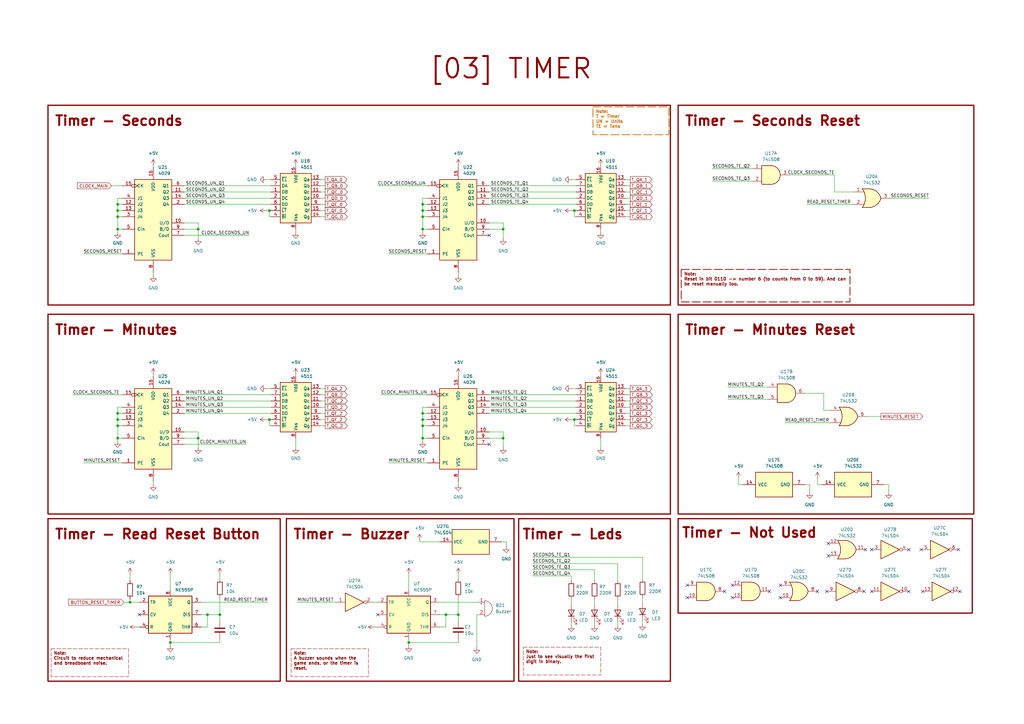
<source format=kicad_sch>
(kicad_sch (version 20230121) (generator eeschema)
  (paper "A3")
  (title_block (title "Scoreboard") (rev "1.0") (company "www.slemanz.com"))
  (junction (at 173.355 88.9))
  (junction (at 48.26 88.9))
  (junction (at 48.26 169.545))
  (junction (at 81.28 93.98))
  (junction (at 173.355 172.085))
  (junction (at 173.355 86.36))
  (junction (at 81.28 179.705))
  (junction (at 48.26 93.98))
  (junction (at 48.26 179.705))
  (junction (at 173.355 169.545))
  (junction (at 235.585 172.085))
  (junction (at 173.355 179.705))
  (junction (at 110.49 86.36))
  (junction (at 206.375 93.98))
  (junction (at 85.09 252.095))
  (junction (at 48.26 83.82))
  (junction (at 173.355 93.98))
  (junction (at 48.26 174.625))
  (junction (at 182.88 252.095))
  (junction (at 173.355 174.625))
  (junction (at 167.64 263.525))
  (junction (at 48.26 86.36))
  (junction (at 110.49 172.085))
  (junction (at 53.34 247.015))
  (junction (at 235.585 86.36))
  (junction (at 206.375 179.705))
  (junction (at 48.26 172.085))
  (junction (at 173.355 83.82))
  (junction (at 90.17 252.095))
  (junction (at 69.85 263.525))
  (junction (at 187.96 252.095))
  (no_connect (at 339.725 222.885))
  (no_connect (at 320.04 245.11))
  (no_connect (at 200.66 182.245))
  (no_connect (at 339.09 242.57))
  (no_connect (at 297.18 242.57))
  (no_connect (at 354.965 225.425))
  (no_connect (at 357.505 242.57))
  (no_connect (at 57.15 252.095))
  (no_connect (at 393.065 225.425))
  (no_connect (at 154.94 252.095))
  (no_connect (at 281.94 240.03))
  (no_connect (at 320.04 240.03))
  (no_connect (at 372.745 242.57))
  (no_connect (at 300.355 240.03))
  (no_connect (at 393.7 242.57))
  (no_connect (at 335.28 242.57))
  (no_connect (at 357.505 225.425))
  (no_connect (at 372.745 225.425))
  (no_connect (at 378.46 242.57))
  (no_connect (at 200.66 96.52))
  (no_connect (at 354.33 242.57))
  (no_connect (at 300.355 245.11))
  (no_connect (at 339.725 227.965))
  (no_connect (at 315.595 242.57))
  (no_connect (at 377.825 225.425))
  (no_connect (at 281.94 245.11))
  (wire (pts (xy 53.34 245.745) (xy 53.34 247.015)))
  (wire (pts (xy 173.355 86.36) (xy 173.355 88.9)))
  (wire (pts (xy 323.85 71.755) (xy 342.265 71.755)))
  (wire (pts (xy 121.285 93.98) (xy 121.285 95.25)))
  (wire (pts (xy 256.54 161.925) (xy 258.445 161.925)))
  (wire (pts (xy 34.29 189.865) (xy 50.165 189.865)))
  (wire (pts (xy 90.17 245.11) (xy 90.17 252.095)))
  (wire (pts (xy 256.54 81.28) (xy 258.445 81.28)))
  (wire (pts (xy 234.315 236.22) (xy 218.44 236.22)))
  (wire (pts (xy 159.385 189.865) (xy 175.26 189.865)))
  (wire (pts (xy 337.185 198.755) (xy 335.28 198.755)))
  (wire (pts (xy 81.28 93.98) (xy 81.28 97.79)))
  (wire (pts (xy 206.375 91.44) (xy 206.375 93.98)))
  (wire (pts (xy 173.355 167.005) (xy 175.26 167.005)))
  (wire (pts (xy 173.355 169.545) (xy 173.355 167.005)))
  (wire (pts (xy 69.85 263.525) (xy 69.85 262.255)))
  (wire (pts (xy 200.66 93.98) (xy 206.375 93.98)))
  (wire (pts (xy 110.49 172.085) (xy 110.49 174.625)))
  (wire (pts (xy 173.355 93.98) (xy 175.26 93.98)))
  (wire (pts (xy 48.26 81.28) (xy 50.165 81.28)))
  (wire (pts (xy 234.315 73.66) (xy 236.22 73.66)))
  (wire (pts (xy 256.54 88.9) (xy 258.445 88.9)))
  (wire (pts (xy 75.565 91.44) (xy 81.28 91.44)))
  (wire (pts (xy 263.525 228.6) (xy 263.525 237.49)))
  (wire (pts (xy 62.865 153.67) (xy 62.865 154.305)))
  (wire (pts (xy 330.835 83.82) (xy 349.885 83.82)))
  (wire (pts (xy 200.66 179.705) (xy 206.375 179.705)))
  (wire (pts (xy 253.365 231.14) (xy 253.365 238.125)))
  (wire (pts (xy 75.565 169.545) (xy 111.125 169.545)))
  (wire (pts (xy 48.26 179.705) (xy 50.165 179.705)))
  (wire (pts (xy 234.315 86.36) (xy 235.585 86.36)))
  (wire (pts (xy 82.55 247.015) (xy 109.855 247.015)))
  (wire (pts (xy 85.09 257.175) (xy 85.09 252.095)))
  (wire (pts (xy 109.22 73.66) (xy 111.125 73.66)))
  (wire (pts (xy 172.085 222.25) (xy 172.085 221.615)))
  (wire (pts (xy 235.585 86.36) (xy 235.585 88.9)))
  (wire (pts (xy 121.285 179.705) (xy 121.285 183.515)))
  (wire (pts (xy 50.8 247.015) (xy 53.34 247.015)))
  (wire (pts (xy 200.66 76.2) (xy 236.22 76.2)))
  (wire (pts (xy 167.64 263.525) (xy 187.96 263.525)))
  (wire (pts (xy 355.6 170.815) (xy 361.315 170.815)))
  (wire (pts (xy 131.445 76.2) (xy 133.35 76.2)))
  (wire (pts (xy 131.445 83.82) (xy 133.35 83.82)))
  (wire (pts (xy 75.565 78.74) (xy 111.125 78.74)))
  (wire (pts (xy 187.96 67.945) (xy 187.96 68.58)))
  (wire (pts (xy 173.355 88.9) (xy 173.355 93.98)))
  (wire (pts (xy 342.265 71.755) (xy 342.265 78.74)))
  (wire (pts (xy 75.565 177.165) (xy 81.28 177.165)))
  (wire (pts (xy 81.28 177.165) (xy 81.28 179.705)))
  (wire (pts (xy 131.445 81.28) (xy 133.35 81.28)))
  (wire (pts (xy 200.66 164.465) (xy 236.22 164.465)))
  (wire (pts (xy 167.64 263.525) (xy 167.64 264.795)))
  (wire (pts (xy 256.54 174.625) (xy 258.445 174.625)))
  (wire (pts (xy 121.285 67.945) (xy 121.285 68.58)))
  (wire (pts (xy 256.54 73.66) (xy 258.445 73.66)))
  (wire (pts (xy 50.165 86.36) (xy 48.26 86.36)))
  (wire (pts (xy 29.845 161.925) (xy 50.165 161.925)))
  (wire (pts (xy 48.26 167.005) (xy 50.165 167.005)))
  (wire (pts (xy 110.49 86.36) (xy 111.125 86.36)))
  (wire (pts (xy 48.26 93.98) (xy 48.26 95.25)))
  (wire (pts (xy 337.82 168.275) (xy 340.36 168.275)))
  (wire (pts (xy 131.445 73.66) (xy 133.35 73.66)))
  (wire (pts (xy 200.66 169.545) (xy 236.22 169.545)))
  (wire (pts (xy 173.355 169.545) (xy 175.26 169.545)))
  (wire (pts (xy 234.315 245.745) (xy 234.315 247.65)))
  (wire (pts (xy 75.565 96.52) (xy 102.235 96.52)))
  (wire (pts (xy 173.355 174.625) (xy 173.355 179.705)))
  (wire (pts (xy 173.355 172.085) (xy 173.355 169.545)))
  (wire (pts (xy 167.64 263.525) (xy 167.64 262.255)))
  (wire (pts (xy 45.72 76.2) (xy 50.165 76.2)))
  (wire (pts (xy 159.385 104.14) (xy 175.26 104.14)))
  (wire (pts (xy 173.355 172.085) (xy 173.355 174.625)))
  (wire (pts (xy 53.34 235.585) (xy 53.34 238.125)))
  (wire (pts (xy 180.34 257.175) (xy 182.88 257.175)))
  (wire (pts (xy 206.375 177.165) (xy 206.375 179.705)))
  (wire (pts (xy 292.1 69.215) (xy 308.61 69.215)))
  (wire (pts (xy 218.44 228.6) (xy 263.525 228.6)))
  (wire (pts (xy 256.54 169.545) (xy 258.445 169.545)))
  (wire (pts (xy 131.445 86.36) (xy 133.35 86.36)))
  (wire (pts (xy 253.365 245.745) (xy 253.365 247.65)))
  (wire (pts (xy 48.26 93.98) (xy 50.165 93.98)))
  (wire (pts (xy 48.26 169.545) (xy 50.165 169.545)))
  (wire (pts (xy 200.66 78.74) (xy 236.22 78.74)))
  (wire (pts (xy 187.96 252.095) (xy 187.96 254.635)))
  (wire (pts (xy 292.1 74.295) (xy 308.61 74.295)))
  (wire (pts (xy 200.66 161.925) (xy 236.22 161.925)))
  (wire (pts (xy 256.54 83.82) (xy 258.445 83.82)))
  (wire (pts (xy 263.525 254.635) (xy 263.525 255.905)))
  (wire (pts (xy 75.565 93.98) (xy 81.28 93.98)))
  (wire (pts (xy 235.585 86.36) (xy 236.22 86.36)))
  (wire (pts (xy 85.09 252.095) (xy 90.17 252.095)))
  (wire (pts (xy 153.035 247.015) (xy 154.94 247.015)))
  (wire (pts (xy 48.26 88.9) (xy 50.165 88.9)))
  (wire (pts (xy 187.96 111.76) (xy 187.96 113.03)))
  (wire (pts (xy 256.54 86.36) (xy 258.445 86.36)))
  (wire (pts (xy 332.105 201.93) (xy 332.105 198.755)))
  (wire (pts (xy 187.96 235.585) (xy 187.96 237.49)))
  (wire (pts (xy 200.66 177.165) (xy 206.375 177.165)))
  (wire (pts (xy 81.28 179.705) (xy 81.28 183.515)))
  (wire (pts (xy 173.355 83.82) (xy 173.355 81.28)))
  (wire (pts (xy 131.445 161.925) (xy 133.35 161.925)))
  (wire (pts (xy 131.445 88.9) (xy 133.35 88.9)))
  (wire (pts (xy 173.355 81.28) (xy 175.26 81.28)))
  (wire (pts (xy 195.58 252.095) (xy 196.215 252.095)))
  (wire (pts (xy 180.34 222.25) (xy 172.085 222.25)))
  (wire (pts (xy 82.55 257.175) (xy 85.09 257.175)))
  (wire (pts (xy 131.445 167.005) (xy 133.35 167.005)))
  (wire (pts (xy 75.565 182.245) (xy 100.965 182.245)))
  (wire (pts (xy 75.565 179.705) (xy 81.28 179.705)))
  (wire (pts (xy 200.66 83.82) (xy 236.22 83.82)))
  (wire (pts (xy 121.285 153.67) (xy 121.285 154.305)))
  (wire (pts (xy 218.44 231.14) (xy 253.365 231.14)))
  (wire (pts (xy 50.165 172.085) (xy 48.26 172.085)))
  (wire (pts (xy 90.17 235.585) (xy 90.17 237.49)))
  (wire (pts (xy 48.26 174.625) (xy 50.165 174.625)))
  (wire (pts (xy 48.26 169.545) (xy 48.26 167.005)))
  (wire (pts (xy 207.645 222.25) (xy 205.74 222.25)))
  (wire (pts (xy 365.125 81.28) (xy 381 81.28)))
  (wire (pts (xy 206.375 93.98) (xy 206.375 97.79)))
  (wire (pts (xy 131.445 174.625) (xy 133.35 174.625)))
  (wire (pts (xy 121.92 247.015) (xy 137.795 247.015)))
  (wire (pts (xy 256.54 78.74) (xy 258.445 78.74)))
  (wire (pts (xy 109.22 159.385) (xy 111.125 159.385)))
  (wire (pts (xy 131.445 159.385) (xy 133.35 159.385)))
  (wire (pts (xy 90.17 263.525) (xy 90.17 262.255)))
  (wire (pts (xy 246.38 93.98) (xy 246.38 95.25)))
  (wire (pts (xy 246.38 67.945) (xy 246.38 68.58)))
  (wire (pts (xy 69.85 263.525) (xy 90.17 263.525)))
  (wire (pts (xy 69.85 235.585) (xy 69.85 241.935)))
  (wire (pts (xy 298.45 158.75) (xy 314.96 158.75)))
  (wire (pts (xy 337.82 161.29) (xy 337.82 168.275)))
  (wire (pts (xy 253.365 255.27) (xy 253.365 256.54)))
  (wire (pts (xy 243.84 233.68) (xy 243.84 238.125)))
  (wire (pts (xy 335.28 198.755) (xy 335.28 196.215)))
  (wire (pts (xy 342.265 78.74) (xy 349.885 78.74)))
  (wire (pts (xy 304.8 198.755) (xy 302.895 198.755)))
  (wire (pts (xy 75.565 167.005) (xy 111.125 167.005)))
  (wire (pts (xy 131.445 172.085) (xy 133.35 172.085)))
  (wire (pts (xy 175.26 86.36) (xy 173.355 86.36)))
  (wire (pts (xy 111.125 88.9) (xy 110.49 88.9)))
  (wire (pts (xy 218.44 233.68) (xy 243.84 233.68)))
  (wire (pts (xy 75.565 161.925) (xy 111.125 161.925)))
  (wire (pts (xy 48.26 83.82) (xy 50.165 83.82)))
  (wire (pts (xy 173.355 93.98) (xy 173.355 95.25)))
  (wire (pts (xy 173.355 88.9) (xy 175.26 88.9)))
  (wire (pts (xy 167.64 235.585) (xy 167.64 241.935)))
  (wire (pts (xy 48.26 88.9) (xy 48.26 93.98)))
  (wire (pts (xy 330.2 161.29) (xy 337.82 161.29)))
  (wire (pts (xy 111.125 174.625) (xy 110.49 174.625)))
  (wire (pts (xy 236.22 174.625) (xy 235.585 174.625)))
  (wire (pts (xy 187.96 197.485) (xy 187.96 198.755)))
  (wire (pts (xy 75.565 76.2) (xy 111.125 76.2)))
  (wire (pts (xy 110.49 172.085) (xy 111.125 172.085)))
  (wire (pts (xy 62.865 111.76) (xy 62.865 113.03)))
  (wire (pts (xy 256.54 164.465) (xy 258.445 164.465)))
  (wire (pts (xy 302.895 198.755) (xy 302.895 196.215)))
  (wire (pts (xy 48.26 86.36) (xy 48.26 83.82)))
  (wire (pts (xy 332.105 198.755) (xy 330.2 198.755)))
  (wire (pts (xy 48.26 179.705) (xy 48.26 180.975)))
  (wire (pts (xy 243.84 245.745) (xy 243.84 247.65)))
  (wire (pts (xy 364.49 201.93) (xy 364.49 198.755)))
  (wire (pts (xy 246.38 179.705) (xy 246.38 183.515)))
  (wire (pts (xy 62.865 197.485) (xy 62.865 198.755)))
  (wire (pts (xy 131.445 78.74) (xy 133.35 78.74)))
  (wire (pts (xy 153.67 257.175) (xy 154.94 257.175)))
  (wire (pts (xy 235.585 172.085) (xy 236.22 172.085)))
  (wire (pts (xy 256.54 159.385) (xy 258.445 159.385)))
  (wire (pts (xy 182.88 252.095) (xy 187.96 252.095)))
  (wire (pts (xy 246.38 153.67) (xy 246.38 154.305)))
  (wire (pts (xy 256.54 172.085) (xy 258.445 172.085)))
  (wire (pts (xy 81.28 91.44) (xy 81.28 93.98)))
  (wire (pts (xy 180.34 247.015) (xy 196.215 247.015)))
  (wire (pts (xy 48.26 172.085) (xy 48.26 169.545)))
  (wire (pts (xy 85.09 252.095) (xy 82.55 252.095)))
  (wire (pts (xy 187.96 245.11) (xy 187.96 252.095)))
  (wire (pts (xy 195.58 265.43) (xy 195.58 252.095)))
  (wire (pts (xy 187.96 153.67) (xy 187.96 154.305)))
  (wire (pts (xy 34.29 104.14) (xy 50.165 104.14)))
  (wire (pts (xy 321.945 173.355) (xy 340.36 173.355)))
  (wire (pts (xy 200.66 167.005) (xy 236.22 167.005)))
  (wire (pts (xy 156.21 161.925) (xy 175.26 161.925)))
  (wire (pts (xy 234.315 255.27) (xy 234.315 256.54)))
  (wire (pts (xy 263.525 245.11) (xy 263.525 247.015)))
  (wire (pts (xy 207.645 224.155) (xy 207.645 222.25)))
  (wire (pts (xy 173.355 83.82) (xy 175.26 83.82)))
  (wire (pts (xy 234.315 159.385) (xy 236.22 159.385)))
  (wire (pts (xy 53.34 247.015) (xy 57.15 247.015)))
  (wire (pts (xy 109.22 86.36) (xy 110.49 86.36)))
  (wire (pts (xy 364.49 198.755) (xy 362.585 198.755)))
  (wire (pts (xy 256.54 167.005) (xy 258.445 167.005)))
  (wire (pts (xy 173.355 179.705) (xy 173.355 180.975)))
  (wire (pts (xy 234.315 172.085) (xy 235.585 172.085)))
  (wire (pts (xy 200.66 91.44) (xy 206.375 91.44)))
  (wire (pts (xy 90.17 252.095) (xy 90.17 254.635)))
  (wire (pts (xy 235.585 172.085) (xy 235.585 174.625)))
  (wire (pts (xy 131.445 164.465) (xy 133.35 164.465)))
  (wire (pts (xy 173.355 174.625) (xy 175.26 174.625)))
  (wire (pts (xy 256.54 76.2) (xy 258.445 76.2)))
  (wire (pts (xy 131.445 169.545) (xy 133.35 169.545)))
  (wire (pts (xy 55.88 257.175) (xy 57.15 257.175)))
  (wire (pts (xy 75.565 164.465) (xy 111.125 164.465)))
  (wire (pts (xy 182.88 252.095) (xy 180.34 252.095)))
  (wire (pts (xy 236.22 88.9) (xy 235.585 88.9)))
  (wire (pts (xy 175.26 172.085) (xy 173.355 172.085)))
  (wire (pts (xy 187.96 263.525) (xy 187.96 262.255)))
  (wire (pts (xy 243.84 255.27) (xy 243.84 256.54)))
  (wire (pts (xy 75.565 81.28) (xy 111.125 81.28)))
  (wire (pts (xy 48.26 83.82) (xy 48.26 81.28)))
  (wire (pts (xy 48.26 174.625) (xy 48.26 179.705)))
  (wire (pts (xy 75.565 83.82) (xy 111.125 83.82)))
  (wire (pts (xy 200.66 81.28) (xy 236.22 81.28)))
  (wire (pts (xy 182.88 257.175) (xy 182.88 252.095)))
  (wire (pts (xy 173.355 86.36) (xy 173.355 83.82)))
  (wire (pts (xy 69.85 263.525) (xy 69.85 264.795)))
  (wire (pts (xy 173.355 179.705) (xy 175.26 179.705)))
  (wire (pts (xy 48.26 172.085) (xy 48.26 174.625)))
  (wire (pts (xy 154.94 76.2) (xy 175.26 76.2)))
  (wire (pts (xy 109.22 172.085) (xy 110.49 172.085)))
  (wire (pts (xy 206.375 179.705) (xy 206.375 183.515)))
  (wire (pts (xy 62.865 67.945) (xy 62.865 68.58)))
  (wire (pts (xy 298.45 163.83) (xy 314.96 163.83)))
  (wire (pts (xy 48.26 86.36) (xy 48.26 88.9)))
  (wire (pts (xy 110.49 86.36) (xy 110.49 88.9)))
  (wire (pts (xy 234.315 238.125) (xy 234.315 236.22)))
  (rectangle (start 19.685 128.905) (end 274.955 210.82) (stroke (width 0.5) (color 132 0 0 1)))
  (rectangle (start 117.475 212.725) (end 210.82 279.4) (stroke (width 0.5) (color 132 0 0 1)))
  (rectangle (start 19.685 43.18) (end 274.955 125.095) (stroke (width 0.5) (color 132 0 0 1)))
  (rectangle (start 278.13 43.18) (end 399.415 125.095) (stroke (width 0.5) (color 132 0 0 1)))
  (rectangle (start 278.13 212.725) (end 398.78 251.46) (stroke (width 0.5) (color 132 0 0 1)))
  (rectangle (start 278.13 128.905) (end 399.415 210.82) (stroke (width 0.5) (color 132 0 0 1)))
  (rectangle (start 212.725 212.725) (end 274.955 279.4) (stroke (width 0.5) (color 132 0 0 1)))
  (rectangle (start 19.685 212.725) (end 114.935 279.4) (stroke (width 0.5) (color 132 0 0 1)))
  (text_box "Note:\nT = Timer\nUN = Units\nTE = Tens\n" (at 243.205 43.815 0) (size 31.115 11.43) (stroke (width 0.3) (type dash) (color 204 102 0 1)) (effects (font (size 1.27 1.27) (thickness 0.254) bold) (justify left top)))
  (text_box "Note:\nReset in bit 0110 -> number 6 (to counts from 0 to 59). And can be reset manually too." (at 279.4 110.49 0) (size 69.215 13.335) (stroke (width 0.3) (type dash) (color 132 0 0 1)) (effects (font (size 1.27 1.27) (thickness 0.254) bold) (justify left top)))
  (text_box "Note:\nA buzzer sounds when the game ends, or the timer is reset." (at 119.38 266.065 0) (size 31.75 11.43) (stroke (width 0.15) (type dash) (color 132 0 0 1)) (effects (font (size 1.27 1.27) (thickness 0.254) bold) (justify left top)))
  (text_box "Note:\nJust to see visually the first digit in binary." (at 214.63 265.43 0) (size 31.75 11.43) (stroke (width 0.15) (type dash) (color 132 0 0 1)) (effects (font (size 1.27 1.27) (thickness 0.254) bold) (justify left top)))
  (text_box "Note:\nCircuit to reduce mechanical and breadboard noise." (at 20.955 266.065 0) (size 31.75 11.43) (stroke (width 0.15) (type dash) (color 132 0 0 1)) (effects (font (size 1.27 1.27) (thickness 0.254) bold) (justify left top)))
  (text "Timer - Minutes" (at 22.225 137.795 0) (effects (font (size 4 4) (thickness 0.8) bold) (justify left bottom)))
  (text "Timer - Minutes Reset" (at 280.67 137.795 0) (effects (font (size 4 4) (thickness 0.8) bold) (justify left bottom)))
  (text "Timer - Leds" (at 213.995 221.615 0) (effects (font (size 4 4) (thickness 0.8) bold) (justify left bottom)))
  (text "Timer - Read Reset Button" (at 22.225 221.615 0) (effects (font (size 4 4) (thickness 0.8) bold) (justify left bottom)))
  (text "[03] TIMER" (at 175.895 33.02 0) (effects (font (size 8 8) (thickness 0.8) bold) (justify left bottom)))
  (text "Timer - Not Used" (at 279.4 220.98 0) (effects (font (size 4 4) (thickness 0.8) bold) (justify left bottom)))
  (text "Timer - Seconds" (at 22.225 52.07 0) (effects (font (size 4 4) (thickness 0.8) bold) (justify left bottom)))
  (text "Timer - Seconds Reset" (at 280.67 52.07 0) (effects (font (size 4 4) (thickness 0.8) bold) (justify left bottom)))
  (text "Timer - Buzzer" (at 120.015 221.615 0) (effects (font (size 4 4) (thickness 0.8) bold) (justify left bottom)))
  (label "MINUTES_UN_Q1" (at 76.2 161.925 0))
  (label "SECONDS_TE_Q1" (at 218.44 228.6 0))
  (label "SECONDS_RESET" (at 159.385 104.14 0))
  (label "SECONDS_TE_Q3" (at 292.1 74.295 0))
  (label "MINUTES_TE_Q3" (at 201.295 167.005 0))
  (label "SECONDS_TE_Q4" (at 201.295 83.82 0))
  (label "CLOCK_SECONDS_TE" (at 29.845 161.925 0))
  (label "SECONDS_TE_Q2" (at 292.1 69.215 0))
  (label "READ_RESET_TIMER" (at 109.855 247.015 180))
  (label "READ_RESET_TIMER" (at 321.945 173.355 0))
  (label "MINUTES_UN_Q2" (at 76.2 164.465 0))
  (label "CLOCK_MINUTES_UN" (at 100.965 182.245 180))
  (label "MINUTES_RESET" (at 121.92 247.015 0))
  (label "MINUTES_RESET" (at 159.385 189.865 0))
  (label "MINUTES_TE_Q2" (at 298.45 158.75 0))
  (label "CLOCK_SECONDS_UN" (at 154.94 76.2 0))
  (label "CLOCK_SECONDS_TE" (at 342.265 71.755 180))
  (label "MINUTES_UN_Q4" (at 76.2 169.545 0))
  (label "READ_RESET_TIMER" (at 330.835 83.82 0))
  (label "SECONDS_TE_Q2" (at 218.44 231.14 0))
  (label "SECONDS_TE_Q1" (at 201.295 76.2 0))
  (label "SECONDS_UN_Q4" (at 76.2 83.82 0))
  (label "MINUTES_TE_Q3" (at 298.45 163.83 0))
  (label "SECONDS_UN_Q3" (at 76.2 81.28 0))
  (label "SECONDS_RESET" (at 34.29 104.14 0))
  (label "SECONDS_TE_Q2" (at 201.295 78.74 0))
  (label "MINUTES_UN_Q3" (at 76.2 167.005 0))
  (label "CLOCK_MINUTES_UN" (at 156.21 161.925 0))
  (label "MINUTES_TE_Q2" (at 201.295 164.465 0))
  (label "SECONDS_TE_Q3" (at 201.295 81.28 0))
  (label "SECONDS_RESET" (at 381 81.28 180))
  (label "MINUTES_TE_Q4" (at 201.295 169.545 0))
  (label "MINUTES_TE_Q1" (at 201.295 161.925 0))
  (label "SECONDS_TE_Q4" (at 218.44 236.22 0))
  (label "MINUTES_RESET" (at 34.29 189.865 0))
  (label "CLOCK_SECONDS_UN" (at 102.235 96.52 180))
  (label "SECONDS_UN_Q2" (at 76.2 78.74 0))
  (label "SECONDS_TE_Q3" (at 218.44 233.68 0))
  (label "SECONDS_UN_Q1" (at 76.2 76.2 0))
  (global_label "T_QF_2" (shape output) (at 133.35 172.085 0) (property "Intersheetrefs" "${INTERSHEET_REFS}" (effects hide)))
  (global_label "BUTTON_RESET_TIMER" (shape input) (at 50.8 247.015 180) (property "Intersheetrefs" "${INTERSHEET_REFS}" (effects hide)))
  (global_label "T_QF_1" (shape output) (at 258.445 86.36 0) (property "Intersheetrefs" "${INTERSHEET_REFS}" (effects hide)))
  (global_label "T_QC_2" (shape output) (at 133.35 164.465 0) (property "Intersheetrefs" "${INTERSHEET_REFS}" (effects hide)))
  (global_label "T_QA_1" (shape output) (at 258.445 73.66 0) (property "Intersheetrefs" "${INTERSHEET_REFS}" (effects hide)))
  (global_label "T_QC_1" (shape output) (at 258.445 78.74 0) (property "Intersheetrefs" "${INTERSHEET_REFS}" (effects hide)))
  (global_label "T_QD_0" (shape output) (at 133.35 81.28 0) (property "Intersheetrefs" "${INTERSHEET_REFS}" (effects hide)))
  (global_label "T_QD_1" (shape output) (at 258.445 81.28 0) (property "Intersheetrefs" "${INTERSHEET_REFS}" (effects hide)))
  (global_label "T_QG_1" (shape output) (at 258.445 88.9 0) (property "Intersheetrefs" "${INTERSHEET_REFS}" (effects hide)))
  (global_label "MINUTES_RESET" (shape output) (at 361.315 170.815 0) (property "Intersheetrefs" "${INTERSHEET_REFS}" (effects hide)))
  (global_label "T_QD_3" (shape output) (at 258.445 167.005 0) (property "Intersheetrefs" "${INTERSHEET_REFS}" (effects hide)))
  (global_label "T_QA_0" (shape output) (at 133.35 73.66 0) (property "Intersheetrefs" "${INTERSHEET_REFS}" (effects hide)))
  (global_label "T_QC_0" (shape output) (at 133.35 78.74 0) (property "Intersheetrefs" "${INTERSHEET_REFS}" (effects hide)))
  (global_label "T_QB_2" (shape output) (at 133.35 161.925 0) (property "Intersheetrefs" "${INTERSHEET_REFS}" (effects hide)))
  (global_label "T_QE_0" (shape output) (at 133.35 83.82 0) (property "Intersheetrefs" "${INTERSHEET_REFS}" (effects hide)))
  (global_label "T_QA_3" (shape output) (at 258.445 159.385 0) (property "Intersheetrefs" "${INTERSHEET_REFS}" (effects hide)))
  (global_label "T_QG_2" (shape output) (at 133.35 174.625 0) (property "Intersheetrefs" "${INTERSHEET_REFS}" (effects hide)))
  (global_label "T_QG_3" (shape output) (at 258.445 174.625 0) (property "Intersheetrefs" "${INTERSHEET_REFS}" (effects hide)))
  (global_label "T_QF_3" (shape output) (at 258.445 172.085 0) (property "Intersheetrefs" "${INTERSHEET_REFS}" (effects hide)))
  (global_label "T_QA_2" (shape output) (at 133.35 159.385 0) (property "Intersheetrefs" "${INTERSHEET_REFS}" (effects hide)))
  (global_label "T_QC_3" (shape output) (at 258.445 164.465 0) (property "Intersheetrefs" "${INTERSHEET_REFS}" (effects hide)))
  (global_label "T_QG_0" (shape output) (at 133.35 88.9 0) (property "Intersheetrefs" "${INTERSHEET_REFS}" (effects hide)))
  (global_label "T_QE_2" (shape output) (at 133.35 169.545 0) (property "Intersheetrefs" "${INTERSHEET_REFS}" (effects hide)))
  (global_label "T_QD_2" (shape output) (at 133.35 167.005 0) (property "Intersheetrefs" "${INTERSHEET_REFS}" (effects hide)))
  (global_label "T_QE_3" (shape output) (at 258.445 169.545 0) (property "Intersheetrefs" "${INTERSHEET_REFS}" (effects hide)))
  (global_label "T_QB_1" (shape output) (at 258.445 76.2 0) (property "Intersheetrefs" "${INTERSHEET_REFS}" (effects hide)))
  (global_label "T_QF_0" (shape output) (at 133.35 86.36 0) (property "Intersheetrefs" "${INTERSHEET_REFS}" (effects hide)))
  (global_label "CLOCK_MAIN" (shape input) (at 45.72 76.2 180) (property "Intersheetrefs" "${INTERSHEET_REFS}" (effects hide)))
  (global_label "T_QB_3" (shape output) (at 258.445 161.925 0) (property "Intersheetrefs" "${INTERSHEET_REFS}" (effects hide)))
  (global_label "T_QE_1" (shape output) (at 258.445 83.82 0) (property "Intersheetrefs" "${INTERSHEET_REFS}" (effects hide)))
  (global_label "T_QB_0" (shape output) (at 133.35 76.2 0) (property "Intersheetrefs" "${INTERSHEET_REFS}" (effects hide)))
  (symbol (lib_id "power:GND") (at 48.26 95.25 0) (unit 1)
    (property "Reference" "#PWR?" (effects hide))
    (property "Value" "GND" (at 48.26 99.695 0))
    (instances (project "Digital_Scoreboard" (path "" (reference "#PWR?") (unit 1)) (path "" (reference "#PWR054") (unit 1))))
  )
  (symbol (lib_id "Device:LED") (at 234.315 251.46 90) (unit 1)
    (property "Reference" "D?" (at 237.49 251.7775 90) (effects (justify right)))
    (property "Value" "LED" (at 237.49 254.3175 90) (effects (justify right)))
    (instances (project "Digital_Scoreboard" (path "" (reference "D?") (unit 1)) (path "" (reference "D5") (unit 1))))
  )
  (symbol (lib_id "power:+5V") (at 187.96 67.945 0) (unit 1)
    (property "Reference" "#PWR?" (effects hide))
    (property "Value" "+5V" (at 187.96 62.865 0))
    (instances (project "Digital_Scoreboard" (path "" (reference "#PWR?") (unit 1)) (path "" (reference "#PWR048") (unit 1))))
  )
  (symbol (lib_id "power:+5V") (at 246.38 153.67 0) (unit 1)
    (property "Reference" "#PWR?" (effects hide))
    (property "Value" "+5V" (at 246.38 148.59 0))
    (instances (project "Digital_Scoreboard" (path "" (reference "#PWR?") (unit 1)) (path "" (reference "#PWR065") (unit 1))))
  )
  (symbol (lib_id "power:+5V") (at 121.285 153.67 0) (unit 1)
    (property "Reference" "#PWR?" (effects hide))
    (property "Value" "+5V" (at 121.285 148.59 0))
    (instances (project "Digital_Scoreboard" (path "" (reference "#PWR?") (unit 1)) (path "" (reference "#PWR063") (unit 1))))
  )
  (symbol (lib_id "power:GND") (at 62.865 198.755 0) (unit 1)
    (property "Reference" "#PWR?" (effects hide))
    (property "Value" "GND" (at 62.865 203.835 0))
    (instances (project "Digital_Scoreboard" (path "" (reference "#PWR?") (unit 1)) (path "" (reference "#PWR078") (unit 1))))
  )
  (symbol (lib_id "Device:R") (at 243.84 241.935 180) (unit 1)
    (property "Reference" "R?" (at 245.745 240.665 0) (effects (justify right)))
    (property "Value" "220R" (at 245.745 243.205 0) (effects (justify right)))
    (instances (project "Digital_Scoreboard" (path "" (reference "R?") (unit 1)) (path "" (reference "R21") (unit 1))))
  )
  (symbol (lib_id "power:GND") (at 167.64 264.795 0) (unit 1)
    (property "Reference" "#PWR?" (effects hide))
    (property "Value" "GND" (at 167.64 269.875 0))
    (instances (project "Digital_Scoreboard" (path "" (reference "#PWR?") (unit 1)) (path "" (reference "#PWR096") (unit 1))))
  )
  (symbol (lib_id "Device:LED") (at 263.525 250.825 90) (unit 1)
    (property "Reference" "D?" (at 267.335 251.1425 90) (effects (justify right)))
    (property "Value" "LED" (at 267.335 253.6825 90) (effects (justify right)))
    (instances (project "Digital_Scoreboard" (path "" (reference "D?") (unit 1)) (path "" (reference "D4") (unit 1))))
  )
  (symbol (lib_id "power:+5V") (at 153.67 257.175 90) (unit 1)
    (property "Reference" "#PWR?" (effects hide))
    (property "Value" "+5V" (at 150.495 257.175 90) (effects (justify left)))
    (instances (project "Digital_Scoreboard" (path "" (reference "#PWR?") (unit 1)) (path "" (reference "#PWR094") (unit 1))))
  )
  (symbol (lib_id "74xx:74LS32") (at 357.505 81.28 0) (unit 1)
    (property "Reference" "U20" (at 357.505 72.39 0))
    (property "Value" "74LS32" (at 357.505 74.93 0))
    (property "Datasheet" "http://www.ti.com/lit/gpn/sn74LS32" (effects hide))
  )
  (symbol (lib_id "4xxx_IEEE:4511") (at 121.285 167.005 0) (unit 1)
    (property "Reference" "U23" (at 123.2409 151.765 0) (effects (justify left)))
    (property "Value" "4511" (at 123.2409 154.305 0) (effects (justify left)))
  )
  (symbol (lib_id "74xx:74LS32") (at 349.885 198.755 90) (unit 5)
    (property "Reference" "U20" (at 349.885 188.595 90))
    (property "Value" "74LS32" (at 349.885 191.135 90))
    (property "Datasheet" "http://www.ti.com/lit/gpn/sn74LS32" (effects hide))
  )
  (symbol (lib_id "power:GND") (at 81.28 183.515 0) (unit 1)
    (property "Reference" "#PWR?" (effects hide))
    (property "Value" "GND" (at 81.28 188.595 0))
    (instances (project "Digital_Scoreboard" (path "" (reference "#PWR?") (unit 1)) (path "" (reference "#PWR072") (unit 1))))
  )
  (symbol (lib_id "power:GND") (at 69.85 264.795 0) (unit 1)
    (property "Reference" "#PWR?" (effects hide))
    (property "Value" "GND" (at 69.85 269.875 0))
    (instances (project "Digital_Scoreboard" (path "" (reference "#PWR?") (unit 1)) (path "" (reference "#PWR095") (unit 1))))
  )
  (symbol (lib_id "power:+5V") (at 302.895 196.215 0) (unit 1)
    (property "Reference" "#PWR?" (effects hide))
    (property "Value" "+5V" (at 302.895 191.135 0))
    (instances (project "Digital_Scoreboard" (path "" (reference "#PWR?") (unit 1)) (path "" (reference "#PWR076") (unit 1))))
  )
  (symbol (lib_id "power:GND") (at 246.38 95.25 0) (unit 1)
    (property "Reference" "#PWR?" (effects hide))
    (property "Value" "GND" (at 246.38 99.695 0))
    (instances (project "Digital_Scoreboard" (path "" (reference "#PWR?") (unit 1)) (path "" (reference "#PWR057") (unit 1))))
  )
  (symbol (lib_id "74xx:74LS04") (at 386.08 242.57 0) (unit 6)
    (property "Reference" "U27" (at 386.08 233.68 0))
    (property "Value" "74LS04" (at 386.08 236.22 0))
    (property "Datasheet" "http://www.ti.com/lit/gpn/sn74LS04" (effects hide))
  )
  (symbol (lib_id "Device:R") (at 90.17 241.3 0) (unit 1)
    (property "Reference" "R?" (at 92.71 240.03 0) (effects (justify left)))
    (property "Value" "10k" (at 92.71 242.57 0) (effects (justify left)))
    (instances (project "Digital_Scoreboard" (path "" (reference "R?") (unit 1)) (path "" (reference "R16") (unit 1))))
  )
  (symbol (lib_id "power:GND") (at 246.38 183.515 0) (unit 1)
    (property "Reference" "#PWR?" (effects hide))
    (property "Value" "GND" (at 246.38 187.96 0))
    (instances (project "Digital_Scoreboard" (path "" (reference "#PWR?") (unit 1)) (path "" (reference "#PWR075") (unit 1))))
  )
  (symbol (lib_id "power:GND") (at 234.315 73.66 270) (unit 1)
    (property "Reference" "#PWR?" (effects hide))
    (property "Value" "GND" (at 230.505 73.66 90) (effects (justify right)))
    (instances (project "Digital_Scoreboard" (path "" (reference "#PWR?") (unit 1)) (path "" (reference "#PWR051") (unit 1))))
  )
  (symbol (lib_id "74xx:74LS08") (at 317.5 198.755 90) (unit 5)
    (property "Reference" "U17" (at 317.5 188.595 90))
    (property "Value" "74LS08" (at 317.5 191.135 90))
    (property "Datasheet" "http://www.ti.com/lit/gpn/sn74LS08" (effects hide))
  )
  (symbol (lib_id "Timer:NE555P") (at 167.64 252.095 0) (unit 1)
    (property "Reference" "U?" (at 169.5959 239.395 0) (effects (justify left)))
    (property "Value" "NE555P" (at 169.5959 241.935 0) (effects (justify left)))
    (property "Footprint" "Package_DIP:DIP-8_W7.62mm" (effects hide))
    (property "Datasheet" "http://www.ti.com/lit/ds/symlink/ne555.pdf" (effects hide))
    (instances (project "Digital_Scoreboard" (path "" (reference "U?") (unit 1)) (path "" (reference "U29") (unit 1))))
  )
  (symbol (lib_id "74xx:74LS04") (at 365.125 242.57 0) (unit 5)
    (property "Reference" "U27" (at 365.125 233.68 0))
    (property "Value" "74LS04" (at 365.125 236.22 0))
    (property "Datasheet" "http://www.ti.com/lit/gpn/sn74LS04" (effects hide))
  )
  (symbol (lib_id "Device:R") (at 53.34 241.935 0) (unit 1)
    (property "Reference" "R?" (at 55.88 240.665 0) (effects (justify left)))
    (property "Value" "10k" (at 55.88 243.205 0) (effects (justify left)))
    (instances (project "Digital_Scoreboard" (path "" (reference "R?") (unit 1)) (path "" (reference "R19") (unit 1))))
  )
  (symbol (lib_id "74xx:74LS04") (at 346.71 242.57 0) (unit 4)
    (property "Reference" "U27" (at 346.71 233.68 0))
    (property "Value" "74LS04" (at 346.71 236.22 0))
    (property "Datasheet" "http://www.ti.com/lit/gpn/sn74LS04" (effects hide))
  )
  (symbol (lib_id "power:GND") (at 207.645 224.155 0) (unit 1)
    (property "Reference" "#PWR?" (effects hide))
    (property "Value" "GND" (at 207.645 229.235 0))
    (instances (project "Digital_Scoreboard" (path "" (reference "#PWR?") (unit 1)) (path "" (reference "#PWR083") (unit 1))))
  )
  (symbol (lib_id "power:GND") (at 332.105 201.93 0) (unit 1)
    (property "Reference" "#PWR?" (effects hide))
    (property "Value" "GND" (at 332.105 207.01 0))
    (instances (project "Digital_Scoreboard" (path "" (reference "#PWR?") (unit 1)) (path "" (reference "#PWR080") (unit 1))))
  )
  (symbol (lib_id "power:+5V") (at 234.315 86.36 90) (unit 1)
    (property "Reference" "#PWR?" (effects hide))
    (property "Value" "+5V" (at 230.505 86.36 90) (effects (justify left)))
    (instances (project "Digital_Scoreboard" (path "" (reference "#PWR?") (unit 1)) (path "" (reference "#PWR053") (unit 1))))
  )
  (symbol (lib_id "power:+5V") (at 90.17 235.585 0) (unit 1)
    (property "Reference" "#PWR?" (effects hide))
    (property "Value" "+5V" (at 90.17 230.505 0))
    (instances (project "Digital_Scoreboard" (path "" (reference "#PWR?") (unit 1)) (path "" (reference "#PWR086") (unit 1))))
  )
  (symbol (lib_id "power:+5V") (at 234.315 172.085 90) (unit 1)
    (property "Reference" "#PWR?" (effects hide))
    (property "Value" "+5V" (at 230.505 172.085 90) (effects (justify left)))
    (instances (project "Digital_Scoreboard" (path "" (reference "#PWR?") (unit 1)) (path "" (reference "#PWR069") (unit 1))))
  )
  (symbol (lib_id "power:+5V") (at 62.865 153.67 0) (unit 1)
    (property "Reference" "#PWR?" (effects hide))
    (property "Value" "+5V" (at 62.865 148.59 0))
    (instances (project "Digital_Scoreboard" (path "" (reference "#PWR?") (unit 1)) (path "" (reference "#PWR062") (unit 1))))
  )
  (symbol (lib_id "power:GND") (at 253.365 256.54 0) (unit 1)
    (property "Reference" "#PWR?" (effects hide))
    (property "Value" "GND" (at 253.365 261.62 0))
    (instances (project "Digital_Scoreboard" (path "" (reference "#PWR?") (unit 1)) (path "" (reference "#PWR092") (unit 1))))
  )
  (symbol (lib_id "power:+5V") (at 187.96 235.585 0) (unit 1)
    (property "Reference" "#PWR?" (effects hide))
    (property "Value" "+5V" (at 187.96 230.505 0))
    (instances (project "Digital_Scoreboard" (path "" (reference "#PWR?") (unit 1)) (path "" (reference "#PWR088") (unit 1))))
  )
  (symbol (lib_id "power:GND") (at 243.84 256.54 0) (unit 1)
    (property "Reference" "#PWR?" (effects hide))
    (property "Value" "GND" (at 243.84 261.62 0))
    (instances (project "Digital_Scoreboard" (path "" (reference "#PWR?") (unit 1)) (path "" (reference "#PWR091") (unit 1))))
  )
  (symbol (lib_id "power:GND") (at 206.375 97.79 0) (unit 1)
    (property "Reference" "#PWR?" (effects hide))
    (property "Value" "GND" (at 206.375 102.87 0))
    (instances (project "Digital_Scoreboard" (path "" (reference "#PWR?") (unit 1)) (path "" (reference "#PWR059") (unit 1))))
  )
  (symbol (lib_id "74xx:74LS04") (at 193.04 222.25 90) (unit 7)
    (property "Reference" "U27" (at 181.61 215.9 90))
    (property "Value" "74LS04" (at 181.61 218.44 90))
    (property "Datasheet" "http://www.ti.com/lit/gpn/sn74LS04" (effects hide))
  )
  (symbol (lib_id "4xxx:4029") (at 62.865 88.9 0) (unit 1)
    (property "Reference" "U21" (at 64.8209 68.58 0) (effects (justify left)))
    (property "Value" "4029" (at 64.8209 71.12 0) (effects (justify left)))
    (property "Datasheet" "http://www.intersil.com/content/dam/Intersil/documents/cd40/cd4029bms.pdf" (effects hide))
  )
  (symbol (lib_id "74xx:74LS04") (at 385.445 225.425 0) (unit 3)
    (property "Reference" "U27" (at 385.445 216.535 0))
    (property "Value" "74LS04" (at 385.445 219.075 0))
    (property "Datasheet" "http://www.ti.com/lit/gpn/sn74LS04" (effects hide))
  )
  (symbol (lib_id "power:GND") (at 187.96 198.755 0) (unit 1)
    (property "Reference" "#PWR?" (effects hide))
    (property "Value" "GND" (at 187.96 203.835 0))
    (instances (project "Digital_Scoreboard" (path "" (reference "#PWR?") (unit 1)) (path "" (reference "#PWR079") (unit 1))))
  )
  (symbol (lib_id "power:+5V") (at 109.22 86.36 90) (unit 1)
    (property "Reference" "#PWR?" (effects hide))
    (property "Value" "+5V" (at 105.41 86.36 90) (effects (justify left)))
    (instances (project "Digital_Scoreboard" (path "" (reference "#PWR?") (unit 1)) (path "" (reference "#PWR052") (unit 1))))
  )
  (symbol (lib_id "power:GND") (at 48.26 180.975 0) (unit 1)
    (property "Reference" "#PWR?" (effects hide))
    (property "Value" "GND" (at 48.26 185.42 0))
    (instances (project "Digital_Scoreboard" (path "" (reference "#PWR?") (unit 1)) (path "" (reference "#PWR070") (unit 1))))
  )
  (symbol (lib_id "Device:R") (at 187.96 241.3 0) (unit 1)
    (property "Reference" "R?" (at 190.5 240.03 0) (effects (justify left)))
    (property "Value" "10k" (at 190.5 242.57 0) (effects (justify left)))
    (instances (project "Digital_Scoreboard" (path "" (reference "R?") (unit 1)) (path "" (reference "R17") (unit 1))))
  )
  (symbol (lib_id "power:+5V") (at 53.34 235.585 0) (unit 1)
    (property "Reference" "#PWR?" (effects hide))
    (property "Value" "+5V" (at 53.34 230.505 0))
    (instances (project "Digital_Scoreboard" (path "" (reference "#PWR?") (unit 1)) (path "" (reference "#PWR084") (unit 1))))
  )
  (symbol (lib_id "power:+5V") (at 55.88 257.175 90) (unit 1)
    (property "Reference" "#PWR?" (effects hide))
    (property "Value" "+5V" (at 52.705 257.175 90) (effects (justify left)))
    (instances (project "Digital_Scoreboard" (path "" (reference "#PWR?") (unit 1)) (path "" (reference "#PWR093") (unit 1))))
  )
  (symbol (lib_id "power:GND") (at 109.22 159.385 270) (unit 1)
    (property "Reference" "#PWR?" (effects hide))
    (property "Value" "GND" (at 105.41 159.385 90) (effects (justify right)))
    (instances (project "Digital_Scoreboard" (path "" (reference "#PWR?") (unit 1)) (path "" (reference "#PWR066") (unit 1))))
  )
  (symbol (lib_id "74xx:74LS04") (at 365.125 225.425 0) (unit 2)
    (property "Reference" "U27" (at 365.125 217.17 0))
    (property "Value" "74LS04" (at 365.125 219.71 0))
    (property "Datasheet" "http://www.ti.com/lit/gpn/sn74LS04" (effects hide))
  )
  (symbol (lib_id "power:GND") (at 234.315 159.385 270) (unit 1)
    (property "Reference" "#PWR?" (effects hide))
    (property "Value" "GND" (at 230.505 159.385 90) (effects (justify right)))
    (instances (project "Digital_Scoreboard" (path "" (reference "#PWR?") (unit 1)) (path "" (reference "#PWR067") (unit 1))))
  )
  (symbol (lib_id "74xx:74LS32") (at 327.66 242.57 0) (unit 3)
    (property "Reference" "U20" (at 327.66 234.315 0))
    (property "Value" "74LS32" (at 327.66 236.855 0))
    (property "Datasheet" "http://www.ti.com/lit/gpn/sn74LS32" (effects hide))
  )
  (symbol (lib_id "74xx:74LS08") (at 289.56 242.57 0) (unit 3)
    (property "Reference" "U17" (at 289.5517 233.68 0))
    (property "Value" "74LS08" (at 289.5517 236.22 0))
    (property "Datasheet" "http://www.ti.com/lit/gpn/sn74LS08" (effects hide))
  )
  (symbol (lib_id "4xxx_IEEE:4511") (at 246.38 81.28 0) (unit 1)
    (property "Reference" "U19" (at 248.3359 66.04 0) (effects (justify left)))
    (property "Value" "4511" (at 248.3359 68.58 0) (effects (justify left)))
  )
  (symbol (lib_id "4xxx:4029") (at 187.96 174.625 0) (unit 1)
    (property "Reference" "U26" (at 189.9159 154.305 0) (effects (justify left)))
    (property "Value" "4029" (at 189.9159 156.845 0) (effects (justify left)))
    (property "Datasheet" "http://www.intersil.com/content/dam/Intersil/documents/cd40/cd4029bms.pdf" (effects hide))
  )
  (symbol (lib_id "power:+5V") (at 167.64 235.585 0) (unit 1)
    (property "Reference" "#PWR?" (effects hide))
    (property "Value" "+5V" (at 167.64 230.505 0))
    (instances (project "Digital_Scoreboard" (path "" (reference "#PWR?") (unit 1)) (path "" (reference "#PWR087") (unit 1))))
  )
  (symbol (lib_id "power:GND") (at 173.355 180.975 0) (unit 1)
    (property "Reference" "#PWR?" (effects hide))
    (property "Value" "GND" (at 173.355 185.42 0))
    (instances (project "Digital_Scoreboard" (path "" (reference "#PWR?") (unit 1)) (path "" (reference "#PWR071") (unit 1))))
  )
  (symbol (lib_id "4xxx:4029") (at 187.96 88.9 0) (unit 1)
    (property "Reference" "U22" (at 189.9159 68.58 0) (effects (justify left)))
    (property "Value" "4029" (at 189.9159 71.12 0) (effects (justify left)))
    (property "Datasheet" "http://www.intersil.com/content/dam/Intersil/documents/cd40/cd4029bms.pdf" (effects hide))
  )
  (symbol (lib_id "power:GND") (at 81.28 97.79 0) (unit 1)
    (property "Reference" "#PWR?" (effects hide))
    (property "Value" "GND" (at 81.28 102.87 0))
    (instances (project "Digital_Scoreboard" (path "" (reference "#PWR?") (unit 1)) (path "" (reference "#PWR058") (unit 1))))
  )
  (symbol (lib_id "74xx:74LS08") (at 322.58 161.29 0) (unit 2)
    (property "Reference" "U17" (at 322.5717 152.4 0))
    (property "Value" "74LS08" (at 322.5717 154.94 0))
    (property "Datasheet" "http://www.ti.com/lit/gpn/sn74LS08" (effects hide))
  )
  (symbol (lib_id "power:+5V") (at 187.96 153.67 0) (unit 1)
    (property "Reference" "#PWR?" (effects hide))
    (property "Value" "+5V" (at 187.96 148.59 0))
    (instances (project "Digital_Scoreboard" (path "" (reference "#PWR?") (unit 1)) (path "" (reference "#PWR064") (unit 1))))
  )
  (symbol (lib_id "74xx:74LS32") (at 347.345 225.425 0) (unit 4)
    (property "Reference" "U20" (at 347.345 217.17 0))
    (property "Value" "74LS32" (at 347.345 219.71 0))
    (property "Datasheet" "http://www.ti.com/lit/gpn/sn74LS32" (effects hide))
  )
  (symbol (lib_id "4xxx_IEEE:4511") (at 246.38 167.005 0) (unit 1)
    (property "Reference" "U24" (at 248.3359 151.765 0) (effects (justify left)))
    (property "Value" "4511" (at 248.3359 154.305 0) (effects (justify left)))
  )
  (symbol (lib_id "4xxx_IEEE:4511") (at 121.285 81.28 0) (unit 1)
    (property "Reference" "U18" (at 123.2409 66.04 0) (effects (justify left)))
    (property "Value" "4511" (at 123.2409 68.58 0) (effects (justify left)))
  )
  (symbol (lib_id "power:GND") (at 121.285 95.25 0) (unit 1)
    (property "Reference" "#PWR?" (effects hide))
    (property "Value" "GND" (at 121.285 99.695 0))
    (instances (project "Digital_Scoreboard" (path "" (reference "#PWR?") (unit 1)) (path "" (reference "#PWR055") (unit 1))))
  )
  (symbol (lib_id "power:GND") (at 121.285 183.515 0) (unit 1)
    (property "Reference" "#PWR?" (effects hide))
    (property "Value" "GND" (at 121.285 187.96 0))
    (instances (project "Digital_Scoreboard" (path "" (reference "#PWR?") (unit 1)) (path "" (reference "#PWR073") (unit 1))))
  )
  (symbol (lib_id "power:GND") (at 62.865 113.03 0) (unit 1)
    (property "Reference" "#PWR?" (effects hide))
    (property "Value" "GND" (at 62.865 118.11 0))
    (instances (project "Digital_Scoreboard" (path "" (reference "#PWR?") (unit 1)) (path "" (reference "#PWR060") (unit 1))))
  )
  (symbol (lib_id "power:+5V") (at 62.865 67.945 0) (unit 1)
    (property "Reference" "#PWR?" (effects hide))
    (property "Value" "+5V" (at 62.865 62.865 0))
    (instances (project "Digital_Scoreboard" (path "" (reference "#PWR?") (unit 1)) (path "" (reference "#PWR046") (unit 1))))
  )
  (symbol (lib_id "power:+5V") (at 69.85 235.585 0) (unit 1)
    (property "Reference" "#PWR?" (effects hide))
    (property "Value" "+5V" (at 69.85 230.505 0))
    (instances (project "Digital_Scoreboard" (path "" (reference "#PWR?") (unit 1)) (path "" (reference "#PWR085") (unit 1))))
  )
  (symbol (lib_id "Device:R") (at 234.315 241.935 180) (unit 1)
    (property "Reference" "R?" (at 236.22 240.665 0) (effects (justify right)))
    (property "Value" "220R" (at 236.22 243.205 0) (effects (justify right)))
    (instances (project "Digital_Scoreboard" (path "" (reference "R?") (unit 1)) (path "" (reference "R20") (unit 1))))
  )
  (symbol (lib_id "Device:C") (at 187.96 258.445 0) (unit 1)
    (property "Reference" "C?" (at 190.5 257.175 0) (effects (justify left)))
    (property "Value" "10u" (at 190.5 259.715 0) (effects (justify left)))
    (instances (project "Digital_Scoreboard" (path "" (reference "C?") (unit 1)) (path "" (reference "C5") (unit 1))))
  )
  (symbol (lib_id "74xx:74LS04") (at 145.415 247.015 0) (unit 1)
    (property "Reference" "U27" (at 145.415 238.125 0))
    (property "Value" "74LS04" (at 145.415 240.665 0))
    (property "Datasheet" "http://www.ti.com/lit/gpn/sn74LS04" (effects hide))
  )
  (symbol (lib_id "power:+5V") (at 335.28 196.215 0) (unit 1)
    (property "Reference" "#PWR?" (effects hide))
    (property "Value" "+5V" (at 335.28 191.135 0))
    (instances (project "Digital_Scoreboard" (path "" (reference "#PWR?") (unit 1)) (path "" (reference "#PWR077") (unit 1))))
  )
  (symbol (lib_id "Device:R") (at 263.525 241.3 180) (unit 1)
    (property "Reference" "R?" (at 266.065 240.03 0) (effects (justify right)))
    (property "Value" "220R" (at 266.065 242.57 0) (effects (justify right)))
    (instances (project "Digital_Scoreboard" (path "" (reference "R?") (unit 1)) (path "" (reference "R18") (unit 1))))
  )
  (symbol (lib_id "power:GND") (at 206.375 183.515 0) (unit 1)
    (property "Reference" "#PWR?" (effects hide))
    (property "Value" "GND" (at 206.375 188.595 0))
    (instances (project "Digital_Scoreboard" (path "" (reference "#PWR?") (unit 1)) (path "" (reference "#PWR074") (unit 1))))
  )
  (symbol (lib_id "power:GND") (at 109.22 73.66 270) (unit 1)
    (property "Reference" "#PWR?" (effects hide))
    (property "Value" "GND" (at 105.41 73.66 90) (effects (justify right)))
    (instances (project "Digital_Scoreboard" (path "" (reference "#PWR?") (unit 1)) (path "" (reference "#PWR050") (unit 1))))
  )
  (symbol (lib_id "74xx:74LS32") (at 347.98 170.815 0) (unit 2)
    (property "Reference" "U20" (at 347.98 161.925 0))
    (property "Value" "74LS32" (at 347.98 164.465 0))
    (property "Datasheet" "http://www.ti.com/lit/gpn/sn74LS32" (effects hide))
  )
  (symbol (lib_id "74xx:74LS08") (at 316.23 71.755 0) (unit 1)
    (property "Reference" "U17" (at 316.2217 62.865 0))
    (property "Value" "74LS08" (at 316.2217 65.405 0))
    (property "Datasheet" "http://www.ti.com/lit/gpn/sn74LS08" (effects hide))
  )
  (symbol (lib_id "power:GND") (at 364.49 201.93 0) (unit 1)
    (property "Reference" "#PWR?" (effects hide))
    (property "Value" "GND" (at 364.49 207.01 0))
    (instances (project "Digital_Scoreboard" (path "" (reference "#PWR?") (unit 1)) (path "" (reference "#PWR081") (unit 1))))
  )
  (symbol (lib_id "power:GND") (at 187.96 113.03 0) (unit 1)
    (property "Reference" "#PWR?" (effects hide))
    (property "Value" "GND" (at 187.96 118.11 0))
    (instances (project "Digital_Scoreboard" (path "" (reference "#PWR?") (unit 1)) (path "" (reference "#PWR061") (unit 1))))
  )
  (symbol (lib_id "Device:LED") (at 253.365 251.46 90) (unit 1)
    (property "Reference" "D?" (at 257.175 251.7775 90) (effects (justify right)))
    (property "Value" "LED" (at 257.175 254.3175 90) (effects (justify right)))
    (instances (project "Digital_Scoreboard" (path "" (reference "D?") (unit 1)) (path "" (reference "D7") (unit 1))))
  )
  (symbol (lib_id "power:GND") (at 173.355 95.25 0) (unit 1)
    (property "Reference" "#PWR?" (effects hide))
    (property "Value" "GND" (at 173.355 99.695 0))
    (instances (project "Digital_Scoreboard" (path "" (reference "#PWR?") (unit 1)) (path "" (reference "#PWR056") (unit 1))))
  )
  (symbol (lib_id "power:+5V") (at 109.22 172.085 90) (unit 1)
    (property "Reference" "#PWR?" (effects hide))
    (property "Value" "+5V" (at 105.41 172.085 90) (effects (justify left)))
    (instances (project "Digital_Scoreboard" (path "" (reference "#PWR?") (unit 1)) (path "" (reference "#PWR068") (unit 1))))
  )
  (symbol (lib_id "74xx:74LS08") (at 307.975 242.57 0) (unit 4)
    (property "Reference" "U17" (at 307.9667 233.68 0))
    (property "Value" "74LS08" (at 307.9667 236.22 0))
    (property "Datasheet" "http://www.ti.com/lit/gpn/sn74LS08" (effects hide))
  )
  (symbol (lib_id "Device:C") (at 90.17 258.445 0) (unit 1)
    (property "Reference" "C?" (at 93.98 257.175 0) (effects (justify left)))
    (property "Value" "10u" (at 93.98 259.715 0) (effects (justify left)))
    (instances (project "Digital_Scoreboard" (path "" (reference "C?") (unit 1)) (path "" (reference "C4") (unit 1))))
  )
  (symbol (lib_id "power:GND") (at 263.525 255.905 0) (unit 1)
    (property "Reference" "#PWR?" (effects hide))
    (property "Value" "GND" (at 263.525 260.985 0))
    (instances (project "Digital_Scoreboard" (path "" (reference "#PWR?") (unit 1)) (path "" (reference "#PWR089") (unit 1))))
  )
  (symbol (lib_id "power:+5V") (at 121.285 67.945 0) (unit 1)
    (property "Reference" "#PWR?" (effects hide))
    (property "Value" "+5V" (at 121.285 62.865 0))
    (instances (project "Digital_Scoreboard" (path "" (reference "#PWR?") (unit 1)) (path "" (reference "#PWR047") (unit 1))))
  )
  (symbol (lib_id "Timer:NE555P") (at 69.85 252.095 0) (unit 1)
    (property "Reference" "U?" (at 71.8059 239.395 0) (effects (justify left)))
    (property "Value" "NE555P" (at 71.8059 241.935 0) (effects (justify left)))
    (property "Footprint" "Package_DIP:DIP-8_W7.62mm" (effects hide))
    (property "Datasheet" "http://www.ti.com/lit/ds/symlink/ne555.pdf" (effects hide))
    (instances (project "Digital_Scoreboard" (path "" (reference "U?") (unit 1)) (path "" (reference "U28") (unit 1))))
  )
  (symbol (lib_id "power:GND") (at 234.315 256.54 0) (unit 1)
    (property "Reference" "#PWR?" (effects hide))
    (property "Value" "GND" (at 234.315 261.62 0))
    (instances (project "Digital_Scoreboard" (path "" (reference "#PWR?") (unit 1)) (path "" (reference "#PWR090") (unit 1))))
  )
  (symbol (lib_id "Device:R") (at 253.365 241.935 180) (unit 1)
    (property "Reference" "R?" (at 255.905 240.665 0) (effects (justify right)))
    (property "Value" "220R" (at 255.905 243.205 0) (effects (justify right)))
    (instances (project "Digital_Scoreboard" (path "" (reference "R?") (unit 1)) (path "" (reference "R22") (unit 1))))
  )
  (symbol (lib_id "power:GND") (at 195.58 265.43 0) (unit 1)
    (property "Reference" "#PWR?" (effects hide))
    (property "Value" "GND" (at 195.58 270.51 0))
    (instances (project "Digital_Scoreboard" (path "" (reference "#PWR?") (unit 1)) (path "" (reference "#PWR097") (unit 1))))
  )
  (symbol (lib_id "4xxx:4029") (at 62.865 174.625 0) (unit 1)
    (property "Reference" "U25" (at 64.8209 154.305 0) (effects (justify left)))
    (property "Value" "4029" (at 64.8209 156.845 0) (effects (justify left)))
    (property "Datasheet" "http://www.intersil.com/content/dam/Intersil/documents/cd40/cd4029bms.pdf" (effects hide))
  )
  (symbol (lib_id "Device:Buzzer") (at 198.755 249.555 0) (unit 1)
    (property "Reference" "BZ1" (at 203.2 248.285 0) (effects (justify left)))
    (property "Value" "Buzzer" (at 203.2 250.825 0) (effects (justify left)))
  )
  (symbol (lib_id "power:+5V") (at 172.085 221.615 0) (unit 1)
    (property "Reference" "#PWR?" (effects hide))
    (property "Value" "+5V" (at 172.085 216.535 0))
    (instances (project "Digital_Scoreboard" (path "" (reference "#PWR?") (unit 1)) (path "" (reference "#PWR082") (unit 1))))
  )
  (symbol (lib_id "power:+5V") (at 246.38 67.945 0) (unit 1)
    (property "Reference" "#PWR?" (effects hide))
    (property "Value" "+5V" (at 246.38 62.865 0))
    (instances (project "Digital_Scoreboard" (path "" (reference "#PWR?") (unit 1)) (path "" (reference "#PWR049") (unit 1))))
  )
  (symbol (lib_id "Device:LED") (at 243.84 251.46 90) (unit 1)
    (property "Reference" "D?" (at 247.65 251.7775 90) (effects (justify right)))
    (property "Value" "LED" (at 247.65 254.3175 90) (effects (justify right)))
    (instances (project "Digital_Scoreboard" (path "" (reference "D?") (unit 1)) (path "" (reference "D6") (unit 1))))
  )
)
</source>
